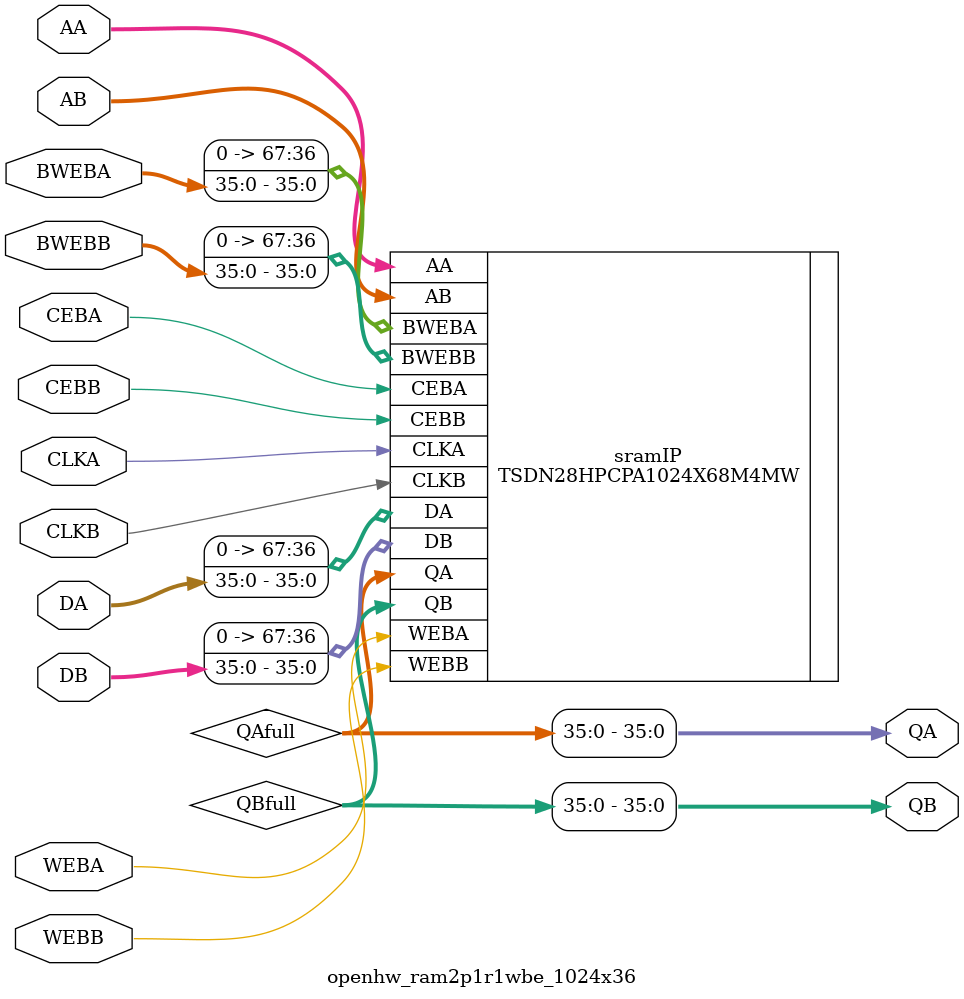
<source format=sv>

module openhw_ram2p1r1wbe_1024x36 ( 
  input  logic          CLKA, 
  input  logic          CLKB, 
  input  logic          CEBA, 
  input  logic          CEBB, 
  input  logic          WEBA,
  input  logic          WEBB,
  input  logic [9:0]    AA, 
  input  logic [9:0]    AB, 
  input  logic [35:0]   DA,
  input  logic [35:0]   DB,
  input  logic [35:0]   BWEBA, 
  input  logic [35:0]   BWEBB, 
  output logic [35:0]   QA,
  output logic [35:0]   QB
);

   // replace "generic1024x36RAM" with "TSDN..1024X36.." module from your memory vendor
   //generic1024x36RAM sramIP (.CLKA, .CLKB, .CEBA, .CEBB, .WEBA, .WEBB, 
   //           .AA, .AB, .DA, .DB, .BWEBA, .BWEBB, .QA, .QB);
   // use part of a larger RAM to avoid generating more flavors of RAM
  logic [67:0] QAfull, QBfull;
  TSDN28HPCPA1024X68M4MW sramIP(.CLKA, .CLKB, .CEBA, .CEBB, .WEBA, .WEBB, 
    .AA, .AB, .DA({32'b0, DA[35:0]}), .DB({32'b0, DB[35:0]}), 
    .BWEBA({32'b0, BWEBA[35:0]}), .BWEBB({32'b0, BWEBB[35:0]}), .QA(QAfull), .QB(QBfull));
  assign QA = QAfull[35:0];
  assign QB = QBfull[35:0];

endmodule

</source>
